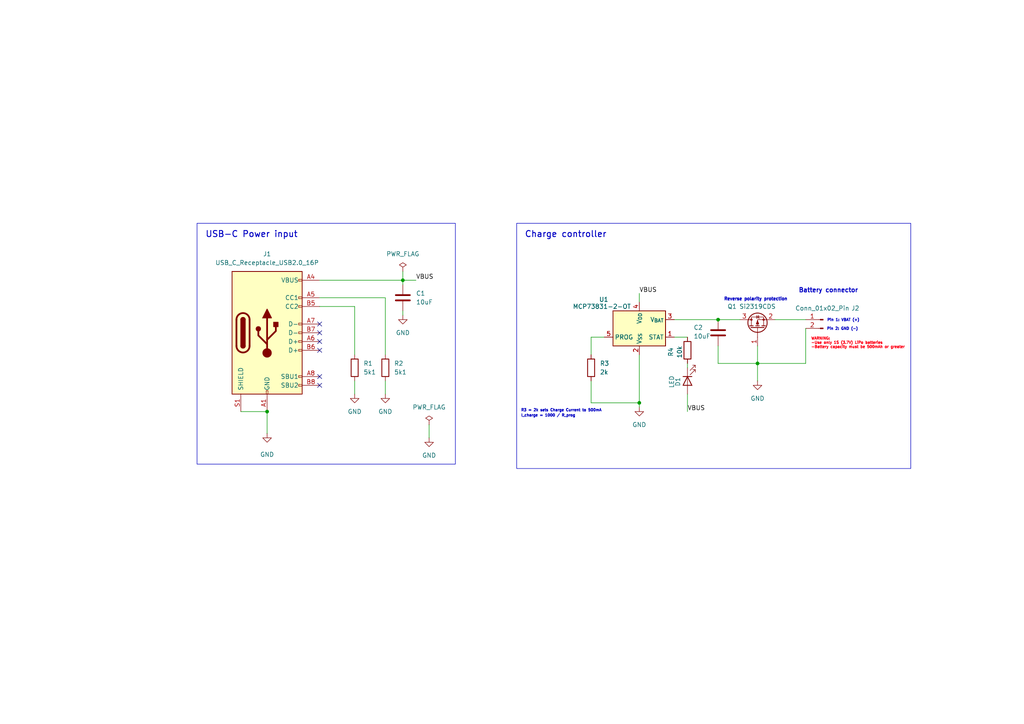
<source format=kicad_sch>
(kicad_sch (version 20250114) (generator "eeschema") (generator_version "9.0")
  (paper "A4")
  (title_block (title "USB-C Li-Po Charger") (date "2025-11-10") (rev "1.1") (company "Miguel San Martín Agurto"))
  (lib_symbols
    (symbol "Battery_Management:MCP73831-2-OT"
      (property "Reference" "U" (at -7.62 6.35 0))
      (property "Value" "MCP73831-2-OT" (at 1.27 6.35 0))
      (symbol "MCP73831-2-OT_0_1"
        (rectangle (start -7.62 5.08) (end 7.62 -5.08) (stroke (width 0.254)) (fill (type background)))
      )
      (symbol "MCP73831-2-OT_1_1"
        (pin input line (at -10.16 -2.54 0) (length 2.54) (name "PROG") (number "5"))
        (pin power_in line (at 0 7.62 270) (length 2.54) (name "V_{DD}") (number "4"))
        (pin power_in line (at 0 -7.62 90) (length 2.54) (name "V_{SS}") (number "2"))
        (pin power_out line (at 10.16 2.54 180) (length 2.54) (name "V_{BAT}") (number "3"))
        (pin tri_state line (at 10.16 -2.54 180) (length 2.54) (name "STAT") (number "1"))
      )
    )
    (symbol "Connector:Conn_01x02_Pin" (pin_names (offset 1.016) (hide yes))
      (property "Reference" "J" (at 0 2.54 0))
      (property "Value" "Conn_01x02_Pin" (at 0 -5.08 0))
      (symbol "Conn_01x02_Pin_1_1"
        (rectangle (start 0.8636 0.127) (end 0 -0.127) (stroke (width 0.1524)) (fill (type outline)))
        (rectangle (start 0.8636 -2.413) (end 0 -2.667) (stroke (width 0.1524)) (fill (type outline)))
        (polyline (pts (xy 1.27 0) (xy 0.8636 0)) (stroke (width 0.1524)))
        (polyline (pts (xy 1.27 -2.54) (xy 0.8636 -2.54)) (stroke (width 0.1524)))
        (pin passive line (at 5.08 0 180) (length 3.81) (name "Pin_1") (number "1"))
        (pin passive line (at 5.08 -2.54 180) (length 3.81) (name "Pin_2") (number "2"))
      )
    )
    (symbol "Connector:USB_C_Receptacle_USB2.0_16P" (pin_names (offset 1.016))
      (property "Reference" "J" (at 0 22.225 0))
      (property "Value" "USB_C_Receptacle_USB2.0_16P" (at 0 19.685 0))
      (symbol "USB_C_Receptacle_USB2.0_16P_0_0"
        (rectangle (start -0.254 -17.78) (end 0.254 -16.764))
        (rectangle (start 10.16 15.494) (end 9.144 14.986))
        (rectangle (start 10.16 10.414) (end 9.144 9.906))
        (rectangle (start 10.16 7.874) (end 9.144 7.366))
        (rectangle (start 10.16 2.794) (end 9.144 2.286))
        (rectangle (start 10.16 0.254) (end 9.144 -0.254))
        (rectangle (start 10.16 -2.286) (end 9.144 -2.794))
        (rectangle (start 10.16 -4.826) (end 9.144 -5.334))
        (rectangle (start 10.16 -12.446) (end 9.144 -12.954))
        (rectangle (start 10.16 -14.986) (end 9.144 -15.494))
      )
      (symbol "USB_C_Receptacle_USB2.0_16P_0_1"
        (rectangle (start -10.16 17.78) (end 10.16 -17.78) (stroke (width 0.254)) (fill (type background)))
        (polyline (pts (xy -8.89 -3.81) (xy -8.89 3.81)) (stroke (width 0.508)))
        (rectangle (start -7.62 -3.81) (end -6.35 3.81) (stroke (width 0.254)) (fill (type outline)))
        (arc (start -7.62 3.81) (mid -6.985 4.4423) (end -6.35 3.81) (stroke (width 0.254)))
        (arc (start -7.62 3.81) (mid -6.985 4.4423) (end -6.35 3.81) (stroke (width 0.254)) (fill (type outline)))
        (arc (start -8.89 3.81) (mid -6.985 5.7067) (end -5.08 3.81) (stroke (width 0.508)))
        (arc (start -5.08 -3.81) (mid -6.985 -5.7067) (end -8.89 -3.81) (stroke (width 0.508)))
        (arc (start -6.35 -3.81) (mid -6.985 -4.4423) (end -7.62 -3.81) (stroke (width 0.254)))
        (arc (start -6.35 -3.81) (mid -6.985 -4.4423) (end -7.62 -3.81) (stroke (width 0.254)) (fill (type outline)))
        (polyline (pts (xy -5.08 3.81) (xy -5.08 -3.81)) (stroke (width 0.508)))
        (circle (center -2.54 1.143) (radius 0.635) (stroke (width 0.254)) (fill (type outline)))
        (polyline (pts (xy -1.27 4.318) (xy 0 6.858) (xy 1.27 4.318) (xy -1.27 4.318)) (stroke (width 0.254)) (fill (type outline)))
        (polyline (pts (xy 0 -2.032) (xy 2.54 0.508) (xy 2.54 1.778)) (stroke (width 0.508)))
        (polyline (pts (xy 0 -3.302) (xy -2.54 -0.762) (xy -2.54 0.508)) (stroke (width 0.508)))
        (polyline (pts (xy 0 -5.842) (xy 0 4.318)) (stroke (width 0.508)))
        (circle (center 0 -5.842) (radius 1.27) (fill (type outline)))
        (rectangle (start 1.905 1.778) (end 3.175 3.048) (stroke (width 0.254)) (fill (type outline)))
      )
      (symbol "USB_C_Receptacle_USB2.0_16P_1_1"
        (pin passive line (at -7.62 -22.86 90) (length 5.08) (name "SHIELD") (number "S1"))
        (pin passive line (at 0 -22.86 90) (length 5.08) (name "GND") (number "A1"))
        (pin passive line (at 0 -22.86 90) (length 5.08) (hide yes) (name "GND") (number "A12"))
        (pin passive line (at 0 -22.86 90) (length 5.08) (hide yes) (name "GND") (number "B1"))
        (pin passive line (at 0 -22.86 90) (length 5.08) (hide yes) (name "GND") (number "B12"))
        (pin passive line (at 15.24 15.24 180) (length 5.08) (name "VBUS") (number "A4"))
        (pin passive line (at 15.24 15.24 180) (length 5.08) (hide yes) (name "VBUS") (number "A9"))
        (pin passive line (at 15.24 15.24 180) (length 5.08) (hide yes) (name "VBUS") (number "B4"))
        (pin passive line (at 15.24 15.24 180) (length 5.08) (hide yes) (name "VBUS") (number "B9"))
        (pin bidirectional line (at 15.24 10.16 180) (length 5.08) (name "CC1") (number "A5"))
        (pin bidirectional line (at 15.24 7.62 180) (length 5.08) (name "CC2") (number "B5"))
        (pin bidirectional line (at 15.24 2.54 180) (length 5.08) (name "D-") (number "A7"))
        (pin bidirectional line (at 15.24 0 180) (length 5.08) (name "D-") (number "B7"))
        (pin bidirectional line (at 15.24 -2.54 180) (length 5.08) (name "D+") (number "A6"))
        (pin bidirectional line (at 15.24 -5.08 180) (length 5.08) (name "D+") (number "B6"))
        (pin bidirectional line (at 15.24 -12.7 180) (length 5.08) (name "SBU1") (number "A8"))
        (pin bidirectional line (at 15.24 -15.24 180) (length 5.08) (name "SBU2") (number "B8"))
      )
    )
    (symbol "Device:C" (pin_numbers (hide yes)) (pin_names (offset 0.254))
      (property "Reference" "C" (at 0.635 2.54 0))
      (property "Value" "C" (at 0.635 -2.54 0))
      (symbol "C_0_1"
        (polyline (pts (xy -2.032 0.762) (xy 2.032 0.762)) (stroke (width 0.508)))
        (polyline (pts (xy -2.032 -0.762) (xy 2.032 -0.762)) (stroke (width 0.508)))
      )
      (symbol "C_1_1"
        (pin passive line (at 0 3.81 270) (length 2.794) (name "~") (number "1"))
        (pin passive line (at 0 -3.81 90) (length 2.794) (name "~") (number "2"))
      )
    )
    (symbol "Device:LED" (pin_numbers (hide yes)) (pin_names (offset 1.016) (hide yes))
      (property "Reference" "D" (at 0 2.54 0))
      (property "Value" "LED" (at 0 -2.54 0))
      (symbol "LED_0_1"
        (polyline (pts (xy -3.048 -0.762) (xy -4.572 -2.286) (xy -3.81 -2.286) (xy -4.572 -2.286) (xy -4.572 -1.524)))
        (polyline (pts (xy -1.778 -0.762) (xy -3.302 -2.286) (xy -2.54 -2.286) (xy -3.302 -2.286) (xy -3.302 -1.524)))
        (polyline (pts (xy -1.27 0) (xy 1.27 0)))
        (polyline (pts (xy -1.27 -1.27) (xy -1.27 1.27)) (stroke (width 0.254)))
        (polyline (pts (xy 1.27 -1.27) (xy 1.27 1.27) (xy -1.27 0) (xy 1.27 -1.27)) (stroke (width 0.254)))
      )
      (symbol "LED_1_1"
        (pin passive line (at -3.81 0 0) (length 2.54) (name "K") (number "1"))
        (pin passive line (at 3.81 0 180) (length 2.54) (name "A") (number "2"))
      )
    )
    (symbol "Device:R" (pin_numbers (hide yes)) (pin_names (offset 0))
      (property "Reference" "R" (at 2.032 0 90))
      (property "Value" "R" (at 0 0 90))
      (symbol "R_0_1"
        (rectangle (start -1.016 -2.54) (end 1.016 2.54) (stroke (width 0.254)))
      )
      (symbol "R_1_1"
        (pin passive line (at 0 3.81 270) (length 1.27) (name "~") (number "1"))
        (pin passive line (at 0 -3.81 90) (length 1.27) (name "~") (number "2"))
      )
    )
    (symbol "Transistor_FET:Si2319CDS" (pin_names (hide yes))
      (property "Reference" "Q" (at 5.08 1.905 0))
      (property "Value" "Si2319CDS" (at 5.08 0 0))
      (symbol "Si2319CDS_0_1"
        (polyline (pts (xy 0.254 1.905) (xy 0.254 -1.905)) (stroke (width 0.254)))
        (polyline (pts (xy 0.254 0) (xy -2.54 0)))
        (polyline (pts (xy 0.762 2.286) (xy 0.762 1.27)) (stroke (width 0.254)))
        (polyline (pts (xy 0.762 1.778) (xy 3.302 1.778) (xy 3.302 -1.778) (xy 0.762 -1.778)))
        (polyline (pts (xy 0.762 0.508) (xy 0.762 -0.508)) (stroke (width 0.254)))
        (polyline (pts (xy 0.762 -1.27) (xy 0.762 -2.286)) (stroke (width 0.254)))
        (circle (center 1.651 0) (radius 2.794) (stroke (width 0.254)))
        (polyline (pts (xy 2.286 0) (xy 1.27 0.381) (xy 1.27 -0.381) (xy 2.286 0)) (fill (type outline)))
        (polyline (pts (xy 2.54 2.54) (xy 2.54 1.778)))
        (circle (center 2.54 1.778) (radius 0.254) (fill (type outline)))
        (circle (center 2.54 -1.778) (radius 0.254) (fill (type outline)))
        (polyline (pts (xy 2.54 -2.54) (xy 2.54 0) (xy 0.762 0)))
        (polyline (pts (xy 2.794 -0.508) (xy 2.921 -0.381) (xy 3.683 -0.381) (xy 3.81 -0.254)))
        (polyline (pts (xy 3.302 -0.381) (xy 2.921 0.254) (xy 3.683 0.254) (xy 3.302 -0.381)))
      )
      (symbol "Si2319CDS_1_1"
        (pin input line (at -5.08 0 0) (length 2.54) (name "G") (number "1"))
        (pin passive line (at 2.54 5.08 270) (length 2.54) (name "D") (number "3"))
        (pin passive line (at 2.54 -5.08 90) (length 2.54) (name "S") (number "2"))
      )
    )
    (symbol "power:GND" (power) (pin_numbers (hide yes)) (pin_names (offset 0) (hide yes))
      (property "Value" "GND" (at 0 -3.81 0))
      (symbol "GND_0_1"
        (polyline (pts (xy 0 0) (xy 0 -1.27) (xy 1.27 -1.27) (xy 0 -2.54) (xy -1.27 -1.27) (xy 0 -1.27)))
      )
      (symbol "GND_1_1"
        (pin power_in line (at 0 0 270) (length 0) (name "~") (number "1"))
      )
    )
    (symbol "power:PWR_FLAG" (power) (pin_numbers (hide yes)) (pin_names (offset 0) (hide yes))
      (property "Value" "PWR_FLAG" (at 0 3.81 0))
      (symbol "PWR_FLAG_0_0"
        (pin power_out line (at 0 0 90) (length 0) (name "~") (number "1"))
      )
      (symbol "PWR_FLAG_0_1"
        (polyline (pts (xy 0 0) (xy 0 1.27) (xy -1.016 1.905) (xy 0 2.54) (xy 1.016 1.905) (xy 0 1.27)))
      )
    )
  )
  (rectangle (start 57.15 64.77) (end 132.08 134.62))
  (rectangle (start 149.86 64.77) (end 264.16 135.89))
  (text "Pin 2: GND (-)" (at 244.348 95.504 0) (effects (font (size 0.762 0.762) (thickness 0.254) (bold yes))))
  (text "Reverse polarity protection" (at 219.202 86.868 0) (effects (font (size 0.889 0.889) (thickness 0.254) (bold yes))))
  (text "WARNING: \n-Use only 1S (3.7V) LiPo batteries\n-Battery capacity must be 500mAh or greater" (at 235.204 99.568 0) (effects (font (size 0.762 0.762) (thickness 0.254) (bold yes)) (justify left)))
  (text "I_charge = 1000 / R_prog" (at 159.004 120.65 0) (effects (font (size 0.762 0.762) (thickness 0.254) (bold yes))))
  (text "USB-C Power input " (at 73.66 68.072 0) (effects (font (size 1.778 1.778) (thickness 0.254) (bold yes))))
  (text "Charge controller" (at 164.084 68.072 0) (effects (font (size 1.778 1.778) (thickness 0.254) (bold yes))))
  (text "R3 = 2k sets Charge Current to 500mA" (at 162.814 119.126 0) (effects (font (size 0.762 0.762) (thickness 0.254) (bold yes))))
  (text "Pin 1: VBAT (+)" (at 244.602 92.964 0) (effects (font (size 0.762 0.762) (thickness 0.254) (bold yes))))
  (text "Battery connector\n" (at 240.284 84.328 0) (effects (font (size 1.27 1.27) (thickness 0.254) (bold yes))))
  (junction (at 77.47 119.38))
  (junction (at 116.84 81.28))
  (junction (at 208.28 92.71))
  (junction (at 185.42 116.84))
  (junction (at 219.71 105.41))
  (no_connect (at 92.71 109.22))
  (no_connect (at 92.71 96.52))
  (no_connect (at 92.71 101.6))
  (no_connect (at 92.71 93.98))
  (no_connect (at 92.71 111.76))
  (no_connect (at 92.71 99.06))
  (wire (pts (xy 116.84 81.28) (xy 120.65 81.28)))
  (wire (pts (xy 102.87 110.49) (xy 102.87 114.3)))
  (wire (pts (xy 111.76 102.87) (xy 111.76 86.36)))
  (wire (pts (xy 219.71 105.41) (xy 233.68 105.41)))
  (wire (pts (xy 185.42 116.84) (xy 185.42 118.11)))
  (wire (pts (xy 219.71 105.41) (xy 219.71 110.49)))
  (wire (pts (xy 102.87 102.87) (xy 102.87 88.9)))
  (wire (pts (xy 69.85 119.38) (xy 77.47 119.38)))
  (wire (pts (xy 185.42 85.09) (xy 185.42 87.63)))
  (wire (pts (xy 171.45 110.49) (xy 171.45 116.84)))
  (wire (pts (xy 219.71 100.33) (xy 219.71 105.41)))
  (wire (pts (xy 77.47 119.38) (xy 77.47 125.73)))
  (wire (pts (xy 195.58 92.71) (xy 208.28 92.71)))
  (wire (pts (xy 219.71 105.41) (xy 208.28 105.41)))
  (wire (pts (xy 195.58 97.79) (xy 199.39 97.79)))
  (wire (pts (xy 233.68 95.25) (xy 233.68 105.41)))
  (wire (pts (xy 208.28 100.33) (xy 208.28 105.41)))
  (wire (pts (xy 171.45 97.79) (xy 171.45 102.87)))
  (wire (pts (xy 92.71 86.36) (xy 111.76 86.36)))
  (wire (pts (xy 116.84 78.74) (xy 116.84 81.28)))
  (wire (pts (xy 199.39 105.41) (xy 199.39 106.68)))
  (wire (pts (xy 175.26 97.79) (xy 171.45 97.79)))
  (wire (pts (xy 116.84 90.17) (xy 116.84 91.44)))
  (wire (pts (xy 208.28 92.71) (xy 214.63 92.71)))
  (wire (pts (xy 224.79 92.71) (xy 233.68 92.71)))
  (wire (pts (xy 116.84 81.28) (xy 92.71 81.28)))
  (wire (pts (xy 116.84 82.55) (xy 116.84 81.28)))
  (wire (pts (xy 111.76 110.49) (xy 111.76 114.3)))
  (wire (pts (xy 199.39 114.3) (xy 199.39 119.38)))
  (wire (pts (xy 171.45 116.84) (xy 185.42 116.84)))
  (wire (pts (xy 124.46 123.19) (xy 124.46 127)))
  (wire (pts (xy 185.42 102.87) (xy 185.42 116.84)))
  (wire (pts (xy 102.87 88.9) (xy 92.71 88.9)))
  (label "VBUS" (at 120.65 81.28 0))
  (label "VBUS" (at 199.39 119.38 0))
  (label "VBUS" (at 185.42 85.09 0))
  (symbol (lib_id "power:GND") (at 124.46 127 0) (unit 1)
    (property "Reference" "#PWR07" (effects (hide yes)))
    (property "Value" "GND" (at 124.46 132.08 0))
    (property "Description" "Power symbol creates a global label with name \"GND\" , ground" (effects (hide yes)))
  )
  (symbol (lib_id "Battery_Management:MCP73831-2-OT") (at 185.42 95.25 0) (unit 1)
    (property "Reference" "U1" (at 173.736 86.868 0) (effects (justify left)))
    (property "Value" "MCP73831-2-OT" (at 166.116 88.9 0) (effects (justify left)))
    (property "Footprint" "Package_TO_SOT_SMD:SOT-23-5" (effects (hide yes)))
    (property "Datasheet" "http://ww1.microchip.com/downloads/en/DeviceDoc/20001984g.pdf" (effects (hide yes)))
    (property "Description" "Single cell, Li-Ion/Li-Po charge management controller, 4.20V, Tri-State Status Output, in SOT23-5 package" (effects (hide yes)))
  )
  (symbol (lib_id "Device:C") (at 116.84 86.36 0) (unit 1)
    (property "Reference" "C1" (at 120.65 85.0899 0) (effects (justify left)))
    (property "Value" "10uF" (at 120.65 87.6299 0) (effects (justify left)))
    (property "Footprint" "Capacitor_SMD:C_0805_2012Metric" (effects (hide yes)))
    (property "Description" "Unpolarized capacitor" (effects (hide yes)))
  )
  (symbol (lib_id "power:GND") (at 102.87 114.3 0) (unit 1)
    (property "Reference" "#PWR04" (effects (hide yes)))
    (property "Value" "GND" (at 102.87 119.38 0))
    (property "Description" "Power symbol creates a global label with name \"GND\" , ground" (effects (hide yes)))
  )
  (symbol (lib_id "power:GND") (at 77.47 125.73 0) (unit 1)
    (property "Reference" "#PWR02" (effects (hide yes)))
    (property "Value" "GND" (at 77.47 131.826 0))
    (property "Description" "Power symbol creates a global label with name \"GND\" , ground" (effects (hide yes)))
  )
  (symbol (lib_id "Transistor_FET:Si2319CDS") (at 219.71 95.25 90) (unit 1)
    (property "Reference" "Q1" (at 212.344 88.9 90))
    (property "Value" "Si2319CDS" (at 219.71 88.9 90))
    (property "Footprint" "Package_TO_SOT_SMD:SOT-23" (effects (hide yes)))
    (property "Datasheet" "http://www.vishay.com/docs/66709/si2319cd.pdf" (effects (hide yes)))
    (property "Description" "-4.4A Id, -40V Vds, P-Channel MOSFET, SOT-23" (effects (hide yes)))
  )
  (symbol (lib_id "Device:R") (at 111.76 106.68 0) (unit 1)
    (property "Reference" "R2" (at 114.3 105.4099 0) (effects (justify left)))
    (property "Value" "5k1" (at 114.3 107.9499 0) (effects (justify left)))
    (property "Footprint" "Resistor_SMD:R_0603_1608Metric_Pad0.98x0.95mm_HandSolder" (effects (hide yes)))
    (property "Description" "Resistor" (effects (hide yes)))
  )
  (symbol (lib_id "power:GND") (at 219.71 110.49 0) (unit 1)
    (property "Reference" "#PWR08" (effects (hide yes)))
    (property "Value" "GND" (at 219.71 115.57 0))
    (property "Description" "Power symbol creates a global label with name \"GND\" , ground" (effects (hide yes)))
  )
  (symbol (lib_id "power:PWR_FLAG") (at 124.46 123.19 0) (unit 1)
    (property "Reference" "#FLG02" (effects (hide yes)))
    (property "Value" "PWR_FLAG" (at 124.46 118.11 0))
    (property "Description" "Special symbol for telling ERC where power comes from" (effects (hide yes)))
  )
  (symbol (lib_id "Device:R") (at 199.39 101.6 0) (mirror y) (unit 1)
    (property "Reference" "R4" (at 194.564 102.108 90))
    (property "Value" "10k" (at 197.104 102.108 90))
    (property "Footprint" "Resistor_SMD:R_0603_1608Metric_Pad0.98x0.95mm_HandSolder" (effects (hide yes)))
    (property "Description" "Resistor" (effects (hide yes)))
  )
  (symbol (lib_id "power:PWR_FLAG") (at 116.84 78.74 0) (unit 1)
    (property "Reference" "#FLG01" (effects (hide yes)))
    (property "Value" "PWR_FLAG" (at 116.84 73.66 0))
    (property "Description" "Special symbol for telling ERC where power comes from" (effects (hide yes)))
  )
  (symbol (lib_id "Device:R") (at 171.45 106.68 0) (unit 1)
    (property "Reference" "R3" (at 173.99 105.4099 0) (effects (justify left)))
    (property "Value" "2k" (at 173.99 107.9499 0) (effects (justify left)))
    (property "Footprint" "Resistor_SMD:R_0603_1608Metric_Pad0.98x0.95mm_HandSolder" (effects (hide yes)))
    (property "Description" "Resistor" (effects (hide yes)))
  )
  (symbol (lib_id "power:GND") (at 116.84 91.44 0) (unit 1)
    (property "Reference" "#PWR01" (effects (hide yes)))
    (property "Value" "GND" (at 116.84 96.52 0))
    (property "Description" "Power symbol creates a global label with name \"GND\" , ground" (effects (hide yes)))
  )
  (symbol (lib_id "Connector:USB_C_Receptacle_USB2.0_16P") (at 77.47 96.52 0) (unit 1)
    (property "Reference" "J1" (at 77.47 73.66 0))
    (property "Value" "USB_C_Receptacle_USB2.0_16P" (at 77.47 76.2 0))
    (property "Footprint" "Connector_USB:USB_C_Receptacle_HRO_TYPE-C-31-M-12" (effects (hide yes)))
    (property "Datasheet" "https://www.usb.org/sites/default/files/documents/usb_type-c.zip" (effects (hide yes)))
    (property "Description" "USB 2.0-only 16P Type-C Receptacle connector" (effects (hide yes)))
  )
  (symbol (lib_id "power:GND") (at 185.42 118.11 0) (unit 1)
    (property "Reference" "#PWR06" (effects (hide yes)))
    (property "Value" "GND" (at 185.42 123.19 0))
    (property "Description" "Power symbol creates a global label with name \"GND\" , ground" (effects (hide yes)))
  )
  (symbol (lib_id "Device:C") (at 208.28 96.52 0) (unit 1)
    (property "Reference" "C2" (at 201.168 94.996 0) (effects (justify left)))
    (property "Value" "10uF" (at 201.168 97.536 0) (effects (justify left)))
    (property "Footprint" "Capacitor_SMD:C_0805_2012Metric" (effects (hide yes)))
    (property "Description" "Unpolarized capacitor" (effects (hide yes)))
  )
  (symbol (lib_id "Device:R") (at 102.87 106.68 0) (unit 1)
    (property "Reference" "R1" (at 105.41 105.4099 0) (effects (justify left)))
    (property "Value" "5k1" (at 105.41 107.9499 0) (effects (justify left)))
    (property "Footprint" "Resistor_SMD:R_0603_1608Metric_Pad0.98x0.95mm_HandSolder" (effects (hide yes)))
    (property "Description" "Resistor" (effects (hide yes)))
  )
  (symbol (lib_id "power:GND") (at 111.76 114.3 0) (unit 1)
    (property "Reference" "#PWR05" (effects (hide yes)))
    (property "Value" "GND" (at 111.76 119.38 0))
    (property "Description" "Power symbol creates a global label with name \"GND\" , ground" (effects (hide yes)))
  )
  (symbol (lib_id "Device:LED") (at 199.39 110.49 90) (mirror x) (unit 1)
    (property "Reference" "D1" (at 196.596 110.744 0))
    (property "Value" "LED" (at 194.818 110.744 0))
    (property "Footprint" "LED_SMD:LED_0603_1608Metric" (effects (hide yes)))
    (property "Description" "Light emitting diode" (effects (hide yes)))
    (property "Sim.Pins" "1=K 2=A" (effects (hide yes)))
  )
  (symbol (lib_id "Connector:Conn_01x02_Pin") (at 238.76 92.71 0) (mirror y) (unit 1)
    (property "Reference" "J2" (at 246.888 89.408 0) (effects (justify right)))
    (property "Value" "Conn_01x02_Pin" (at 230.632 89.408 0) (effects (justify right)))
    (property "Footprint" "Connector_JST:JST_PH_B2B-PH-K_1x02_P2.00mm_Vertical" (effects (hide yes)))
    (property "Description" "Generic connector, single row, 01x02, script generated" (effects (hide yes)))
  )
)
</source>
